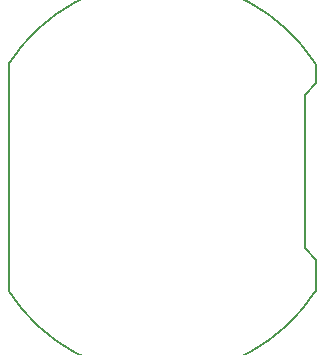
<source format=gbr>
G04 DipTrace 3.2.0.1*
G04 BoardOutline.gbr*
%MOIN*%
G04 #@! TF.FileFunction,Profile*
G04 #@! TF.Part,Single*
%ADD11C,0.005512*%
%FSLAX26Y26*%
G04*
G70*
G90*
G75*
G01*
G04 BoardOutline*
%LPD*%
X-511811Y377953D2*
D11*
Y-377953D1*
G03X511811Y-377953I511811J328796D01*
G01*
Y-275591D1*
X476378Y-236220D1*
Y275591D1*
X511811Y314961D1*
Y377953D1*
G03X-511811Y377953I-511811J-328796D01*
G01*
M02*

</source>
